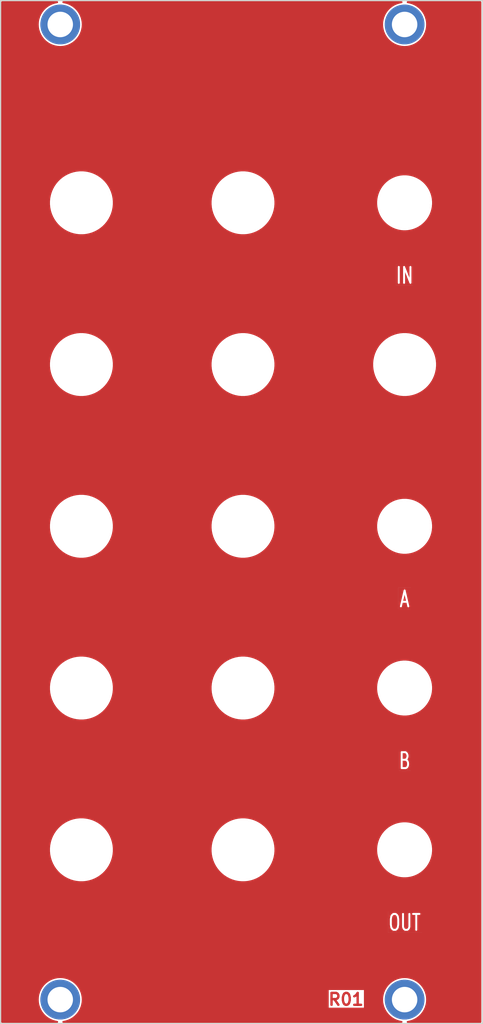
<source format=kicad_pcb>
(kicad_pcb (version 20240108) (generator "pcbnew") (generator_version "8.0")
  (title_block (title "equalizer") (date "2021-08-01") (rev "R01") (comment 1 "PCB for panel") (comment 2 "Resonant equalizer by Serge Tcherepnin") (comment 4 "License CC BY 4.0 - Attribution 4.0 International"))
  (layers (0 "F.Cu" signal) (31 "B.Cu" signal) (34 "B.Paste" user) (35 "F.Paste" user) (36 "B.SilkS" user "B.Silkscreen") (37 "F.SilkS" user "F.Silkscreen") (38 "B.Mask" user) (39 "F.Mask" user) (44 "Edge.Cuts" user))
  (net 0 "")
  (footprint "elektrophon:MountingHole_Panel_3.2mm_M3" (layer "F.Cu") (at 101.6 53.8)
    (property "Reference" "H3" (hide yes))
    (property "Value" "MountingHole" (hide yes))
    (pad "1" thru_hole circle (at 0 0) (size 3.6 3.6) (drill 3.2) (layers "*.Cu" "*.Mask"))
    (pad "1" connect circle (at 0 0) (size 5 5) (layers "F.Cu" "F.Mask"))
    (pad "1" connect circle (at 0 0) (size 5 5) (layers "B.Cu" "B.Mask"))
  )
  (footprint "elektrophon:MountingHole_Panel_3.2mm_M3" (layer "F.Cu") (at 101.6 176.3)
    (property "Reference" "H4" (hide yes))
    (property "Value" "MountingHole" (hide yes))
    (pad "1" thru_hole circle (at 0 0) (size 3.6 3.6) (drill 3.2) (layers "*.Cu" "*.Mask"))
    (pad "1" connect circle (at 0 0) (size 5 5) (layers "F.Cu" "F.Mask"))
    (pad "1" connect circle (at 0 0) (size 5 5) (layers "B.Cu" "B.Mask"))
  )
  (footprint "elektrophon:MountingHole_Panel_3.2mm_M3" (layer "F.Cu") (at 58.3 176.3)
    (property "Reference" "H1" (hide yes))
    (property "Value" "MountingHole" (hide yes))
    (pad "1" thru_hole circle (at 0 0) (size 3.6 3.6) (drill 3.2) (layers "*.Cu" "*.Mask"))
    (pad "1" connect circle (at 0 0) (size 5 5) (layers "F.Cu" "F.Mask"))
    (pad "1" connect circle (at 0 0) (size 5 5) (layers "B.Cu" "B.Mask"))
  )
  (footprint "elektrophon:MountingHole_Panel_3.2mm_M3" (layer "F.Cu") (at 58.3 53.8)
    (property "Reference" "H2" (hide yes))
    (property "Value" "MountingHole" (hide yes))
    (pad "1" thru_hole circle (at 0 0) (size 3.6 3.6) (drill 3.2) (layers "*.Cu" "*.Mask"))
    (pad "1" connect circle (at 0 0) (size 5 5) (layers "F.Cu" "F.Mask"))
    (pad "1" connect circle (at 0 0) (size 5 5) (layers "B.Cu" "B.Mask"))
  )
  (footprint "elektrophon:panel_potentiometer" (layer "F.Cu") (at 60.96 96.52)
    (property "Reference" "H5" (hide yes))
    (property "Value" "115Hz" (hide yes))
    (pad "" np_thru_hole circle (at 0 0) (size 7.4 7.4) (drill 7.4) (layers "*.Cu" "*.Mask"))
  )
  (footprint "elektrophon:panel_potentiometer" (layer "F.Cu") (at 60.96 116.84)
    (property "Reference" "H6" (hide yes))
    (property "Value" "411Hz" (hide yes))
    (pad "" np_thru_hole circle (at 0 0) (size 7.4 7.4) (drill 7.4) (layers "*.Cu" "*.Mask"))
  )
  (footprint "elektrophon:panel_potentiometer" (layer "F.Cu") (at 60.96 137.16)
    (property "Reference" "H7" (hide yes))
    (property "Value" "1.5kHz" (hide yes))
    (pad "" np_thru_hole circle (at 0 0) (size 7.4 7.4) (drill 7.4) (layers "*.Cu" "*.Mask"))
  )
  (footprint "elektrophon:panel_jack" (layer "F.Cu") (at 101.6 76.2)
    (property "Reference" "H8" (hide yes))
    (property "Value" "IN" (hide yes))
    (pad "" np_thru_hole circle (at 0 0) (size 6.4 6.4) (drill 6.4) (layers "*.Cu" "*.Mask"))
  )
  (footprint "elektrophon:panel_potentiometer" (layer "F.Cu") (at 60.96 76.2)
    (property "Reference" "H9" (hide yes))
    (property "Value" "29Hz" (hide yes))
    (pad "" np_thru_hole circle (at 0 0) (size 7.4 7.4) (drill 7.4) (layers "*.Cu" "*.Mask"))
  )
  (footprint "elektrophon:panel_potentiometer" (layer "F.Cu") (at 60.96 157.48)
    (property "Reference" "H10" (hide yes))
    (property "Value" "5.2kHz" (hide yes))
    (pad "" np_thru_hole circle (at 0 0) (size 7.4 7.4) (drill 7.4) (layers "*.Cu" "*.Mask"))
  )
  (footprint "elektrophon:panel_potentiometer" (layer "F.Cu") (at 81.28 76.2)
    (property "Reference" "H11" (hide yes))
    (property "Value" "61Hz" (hide yes))
    (pad "" np_thru_hole circle (at 0 0) (size 7.4 7.4) (drill 7.4) (layers "*.Cu" "*.Mask"))
  )
  (footprint "elektrophon:panel_potentiometer" (layer "F.Cu") (at 81.28 96.52)
    (property "Reference" "H12" (hide yes))
    (property "Value" "218Hz" (hide yes))
    (pad "" np_thru_hole circle (at 0 0) (size 7.4 7.4) (drill 7.4) (layers "*.Cu" "*.Mask"))
  )
  (footprint "elektrophon:panel_potentiometer" (layer "F.Cu") (at 81.28 116.84)
    (property "Reference" "H13" (hide yes))
    (property "Value" "777Hz" (hide yes))
    (pad "" np_thru_hole circle (at 0 0) (size 7.4 7.4) (drill 7.4) (layers "*.Cu" "*.Mask"))
  )
  (footprint "elektrophon:panel_potentiometer" (layer "F.Cu") (at 81.28 137.16)
    (property "Reference" "H14" (hide yes))
    (property "Value" "2.8kHz" (hide yes))
    (pad "" np_thru_hole circle (at 0 0) (size 7.4 7.4) (drill 7.4) (layers "*.Cu" "*.Mask"))
  )
  (footprint "elektrophon:panel_potentiometer" (layer "F.Cu") (at 81.28 157.48)
    (property "Reference" "H15" (hide yes))
    (property "Value" "11kHz" (hide yes))
    (pad "" np_thru_hole circle (at 0 0) (size 7.4 7.4) (drill 7.4) (layers "*.Cu" "*.Mask"))
  )
  (footprint "elektrophon:panel_jack" (layer "F.Cu") (at 101.6 116.84)
    (property "Reference" "H16" (hide yes))
    (property "Value" "OUT_A" (hide yes))
    (pad "" np_thru_hole circle (at 0 0) (size 6.4 6.4) (drill 6.4) (layers "*.Cu" "*.Mask"))
  )
  (footprint "elektrophon:panel_jack" (layer "F.Cu") (at 101.6 137.16)
    (property "Reference" "H17" (hide yes))
    (property "Value" "OUT_B" (hide yes))
    (pad "" np_thru_hole circle (at 0 0) (size 6.4 6.4) (drill 6.4) (layers "*.Cu" "*.Mask"))
  )
  (footprint "elektrophon:panel_jack" (layer "F.Cu") (at 101.6 157.48)
    (property "Reference" "H18" (hide yes))
    (property "Value" "OUT" (hide yes))
    (pad "" np_thru_hole circle (at 0 0) (size 6.4 6.4) (drill 6.4) (layers "*.Cu" "*.Mask"))
  )
  (footprint "elektrophon:panel_potentiometer" (layer "F.Cu") (at 101.6 96.52)
    (property "Reference" "H19" (hide yes))
    (property "Value" "IN" (hide yes))
    (pad "" np_thru_hole circle (at 0 0) (size 7.4 7.4) (drill 7.4) (layers "*.Cu" "*.Mask"))
  )
  (gr_line (start 50.8 50.8) (end 50.8 179.3) (stroke (width 0.15)) (layer "Edge.Cuts"))
  (gr_line (start 111.4 179.3) (end 50.8 179.3) (stroke (width 0.15)) (layer "Edge.Cuts"))
  (gr_line (start 50.8 50.8) (end 111.4 50.8) (stroke (width 0.15)) (layer "Edge.Cuts"))
  (gr_line (start 111.4 50.8) (end 111.4 179.3) (stroke (width 0.15)) (layer "Edge.Cuts"))
  (gr_text "R01" (at 94.234 176.276 0) (layer "F.Cu") (effects (font (size 1.5 1.5) (thickness 0.3))))
  (gr_text "B" (at 101.6 146.304 0) (layer "F.Cu" knockout) (effects (font (size 2 1.4) (thickness 0.25))))
  (gr_text "OUT" (at 101.6 166.624 0) (layer "F.Cu" knockout) (effects (font (size 2 1.4) (thickness 0.25))))
  (gr_text "IN" (at 101.6 85.344 0) (layer "F.Cu" knockout) (effects (font (size 2 1.4) (thickness 0.25))))
  (gr_text "A" (at 101.6 125.984 0) (layer "F.Cu" knockout) (effects (font (size 2 1.4) (thickness 0.25))))
  (zone (net 0) (net_name "") (layer "F.Cu") (connect_pads (clearance 0)) (min_thickness 0.25) (fill yes (thermal_gap 0.5) (thermal_bridge_width 0.5) (island_removal_mode 1) (island_area_min 10))
    (polygon (pts (xy 50.8 50.8) (xy 111.252 50.8) (xy 111.252 179.324) (xy 50.8 179.324)))
  )
)
</source>
